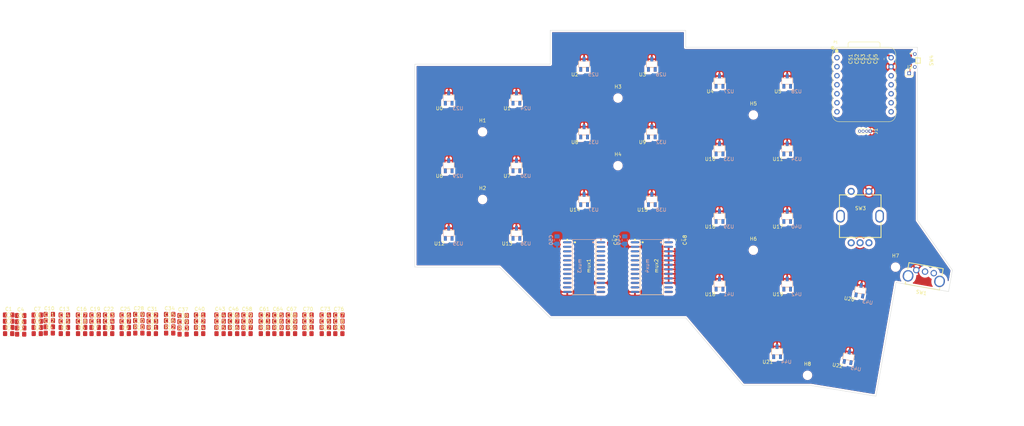
<source format=kicad_pcb>
(kicad_pcb (version 20241229) (generator "pcbnew") (generator_version "9.0")
  (layers (0 "F.Cu" signal) (2 "B.Cu" signal) (13 "F.Paste" user) (15 "B.Paste" user) (5 "F.SilkS" user "F.Silkscreen") (7 "B.SilkS" user "B.Silkscreen") (1 "F.Mask" user) (3 "B.Mask" user) (25 "Edge.Cuts" user))
  (net 0 "")
  (net 1 "GND")
  (net 2 "K0")
  (net 3 "K1")
  (net 4 "K2")
  (net 5 "K3")
  (net 6 "K4")
  (net 7 "K5")
  (net 8 "K6")
  (net 9 "K7")
  (net 10 "K8")
  (net 11 "K9")
  (net 12 "K10")
  (net 13 "K11")
  (net 14 "K12")
  (net 15 "K13")
  (net 16 "K14")
  (net 17 "K15")
  (net 18 "K16")
  (net 19 "K17")
  (net 20 "K18")
  (net 21 "K19")
  (net 22 "K20")
  (net 23 "K21")
  (net 24 "K22")
  (net 25 "SDA")
  (net 26 "encoderBtn1")
  (net 27 "MUX1")
  (net 28 "enco1A")
  (net 29 "S3")
  (net 30 "VBUS")
  (net 32 "S1")
  (net 33 "S2")
  (net 34 "SCL")
  (net 35 "S0")
  (net 36 "enco1B")
  (net 37 "MUX2")
  (net 38 "Net-(U1-VOUT)")
  (net 39 "Net-(U2-VOUT)")
  (net 40 "Net-(U10-VOUT)")
  (net 41 "Net-(U11-VOUT)")
  (net 42 "Net-(U12-VOUT)")
  (net 43 "Net-(U13-VOUT)")
  (net 44 "Net-(U14-VOUT)")
  (net 45 "Net-(U15-VOUT)")
  (net 46 "Net-(U16-VOUT)")
  (net 47 "Net-(U17-VOUT)")
  (net 48 "Net-(U18-VOUT)")
  (net 49 "Net-(U19-VOUT)")
  (net 50 "Net-(U20-VOUT)")
  (net 51 "Net-(U21-VOUT)")
  (net 52 "Net-(U22-VOUT)")
  (net 53 "Net-(U26-VOUT)")
  (net 54 "Net-(U27-VOUT)")
  (net 55 "Net-(U28-VOUT)")
  (net 56 "Net-(U29-VOUT)")
  (net 57 "Net-(U30-VOUT)")
  (net 58 "Net-(U31-VOUT)")
  (net 59 "Net-(U32-VOUT)")
  (net 60 "Net-(U0-VOUT)")
  (net 65 "Net-(J2-Pin_1)")
  (net 67 "enco2B")
  (net 68 "enco2A")
  (footprint "Capacitor_SMD:C_0805_2012Metric_Pad1.18x1.45mm_HandSolder" (layer "F.Cu") (at -6.1225 108.74)
    (property "Reference" "C67")
    (property "Value" "100nF")
  )
  (footprint "footprints:SOT-23-3_L2.9-W1.6-P1.90-LS2.8-BR" (layer "F.Cu") (at 57.15 66.675)
    (property "Reference" "U7")
    (property "Value" "HX6659ISO-B")
  )
  (footprint "Capacitor_SMD:C_0805_2012Metric_Pad1.18x1.45mm_HandSolder" (layer "F.Cu") (at -57.5825 110.49)
    (property "Reference" "C23")
    (property "Value" "100nF")
  )
  (footprint "Capacitor_SMD:C_0805_2012Metric_Pad1.18x1.45mm_HandSolder" (layer "F.Cu") (at -57.5825 108.74)
    (property "Reference" "C22")
    (property "Value" "100nF")
  )
  (footprint "Capacitor_SMD:C_0805_2012Metric_Pad1.18x1.45mm_HandSolder" (layer "F.Cu") (at -65.2025 108.74)
    (property "Reference" "C16")
    (property "Value" "100nF")
  )
  (footprint "footprints:SOT-23-3_L2.9-W1.6-P1.90-LS2.8-BR" (layer "F.Cu") (at 150.601295 120.571793 -10)
    (property "Reference" "U22")
    (property "Value" "HX6659ISO-B")
  )
  (footprint "Resistor_SMD:R_0805_2012Metric_Pad1.20x1.40mm_HandSolder" (layer "F.Cu") (at -70.0525 113.99)
    (property "Reference" "R5")
    (property "Value" "10k")
  )
  (footprint "Capacitor_SMD:C_0805_2012Metric_Pad1.18x1.45mm_HandSolder" (layer "F.Cu") (at -74.295 110.335)
    (property "Reference" "C11")
    (property "Value" "100nF")
  )
  (footprint "Capacitor_SMD:C_0805_2012Metric_Pad1.18x1.45mm_HandSolder" (layer "F.Cu") (at -18.6425 110.49)
    (property "Reference" "C59")
    (property "Value" "100nF")
  )
  (footprint "Resistor_SMD:R_0805_2012Metric_Pad1.20x1.40mm_HandSolder" (layer "F.Cu") (at -52.9075 113.99)
    (property "Reference" "R9")
    (property "Value" "10k")
  )
  (footprint "Capacitor_SMD:C_0805_2012Metric_Pad1.18x1.45mm_HandSolder" (layer "F.Cu") (at -1.4975 112.24)
    (property "Reference" "C72")
    (property "Value" "100nF")
  )
  (footprint "Capacitor_SMD:C_0805_2012Metric_Pad1.18x1.45mm_HandSolder" (layer "F.Cu") (at -85.725 110.49)
    (property "Reference" "C2")
    (property "Value" "100nF")
  )
  (footprint "footprints:SOT-23-3_L2.9-W1.6-P1.90-LS2.8-BR" (layer "F.Cu") (at 153.909293 101.811205 -10)
    (property "Reference" "U20")
    (property "Value" "HX6659ISO-B")
  )
  (footprint "Capacitor_SMD:C_0805_2012Metric_Pad1.18x1.45mm_HandSolder" (layer "F.Cu") (at -1.4975 110.49)
    (property "Reference" "C71")
    (property "Value" "100nF")
  )
  (footprint "Capacitor_SMD:C_0805_2012Metric_Pad1.18x1.45mm_HandSolder" (layer "F.Cu") (at -65.2025 112.24)
    (property "Reference" "C18")
    (property "Value" "100nF")
  )
  (footprint "Capacitor_SMD:C_0805_2012Metric_Pad1.18x1.45mm_HandSolder" (layer "F.Cu") (at -52.9075 108.74)
    (property "Reference" "C25")
    (property "Value" "100nF")
  )
  (footprint "Capacitor_SMD:C_0805_2012Metric_Pad1.18x1.45mm_HandSolder" (layer "F.Cu") (at -82.3475 112.395)
    (property "Reference" "C6")
    (property "Value" "100nF")
  )
  (footprint "Resistor_SMD:R_0805_2012Metric_Pad1.20x1.40mm_HandSolder" (layer "F.Cu") (at 3.3775 113.99)
    (property "Reference" "R22")
    (property "Value" "10k")
  )
  (footprint "Capacitor_SMD:C_0805_2012Metric_Pad1.18x1.45mm_HandSolder" (layer "F.Cu") (at -49.0975 108.585)
    (property "Reference" "C28")
    (property "Value" "100nF")
  )
  (footprint "Capacitor_SMD:C_0805_2012Metric_Pad1.18x1.45mm_HandSolder" (layer "F.Cu") (at -6.1225 110.49)
    (property "Reference" "C68")
    (property "Value" "100nF")
  )
  (footprint "Resistor_SMD:R_0805_2012Metric_Pad1.20x1.40mm_HandSolder" (layer "F.Cu") (at -40.4125 113.835)
    (property "Reference" "R12")
    (property "Value" "10k")
  )
  (footprint "MountingHole:MountingHole_2.2mm_M2" (layer "F.Cu") (at 47.625 57.15)
    (property "Reference" "H1")
    (property "Value" "MountingHole")
  )
  (footprint "Capacitor_SMD:C_0805_2012Metric_Pad1.18x1.45mm_HandSolder" (layer "F.Cu") (at 3.3775 108.74)
    (property "Reference" "C73")
    (property "Value" "100nF")
  )
  (footprint "Resistor_SMD:R_0805_2012Metric_Pad1.20x1.40mm_HandSolder" (layer "F.Cu") (at 7.1875 113.99)
    (property "Reference" "R23")
    (property "Value" "10k")
  )
  (footprint "Capacitor_SMD:C_0805_2012Metric_Pad1.18x1.45mm_HandSolder" (layer "F.Cu") (at -26.2375 108.74)
    (property "Reference" "C43")
    (property "Value" "100nF")
  )
  (footprint "Resistor_SMD:R_0805_2012Metric_Pad1.20x1.40mm_HandSolder" (layer "F.Cu") (at -49.0975 113.835)
    (property "Reference" "R10")
    (property "Value" "10k")
  )
  (footprint "Capacitor_SMD:C_0805_2012Metric_Pad1.18x1.45mm_HandSolder" (layer "F.Cu") (at -26.2375 112.24)
    (property "Reference" "C45")
    (property "Value" "100nF")
  )
  (footprint "footprints:SOT-23-3_L2.9-W1.6-P1.90-LS2.8-BR" (layer "F.Cu") (at 57.15 47.625)
    (property "Reference" "U1")
    (property "Value" "HX6659ISO-B")
  )
  (footprint "Capacitor_SMD:C_0805_2012Metric_Pad1.18x1.45mm_HandSolder" (layer "F.Cu") (at -13.7675 108.74)
    (property "Reference" "C61")
    (property "Value" "100nF")
  )
  (footprint "Capacitor_SMD:C_0805_2012Metric_Pad1.18x1.45mm_HandSolder" (layer "F.Cu") (at -22.4275 110.49)
    (property "Reference" "C56")
    (property "Value" "100nF")
  )
  (footprint "Resistor_SMD:R_0805_2012Metric_Pad1.20x1.40mm_HandSolder" (layer "F.Cu") (at -13.7675 113.99)
    (property "Reference" "R18")
    (property "Value" "10k")
  )
  (footprint "Capacitor_SMD:C_0805_2012Metric_Pad1.18x1.45mm_HandSolder" (layer "F.Cu") (at -82.3475 110.645)
    (property "Reference" "C5")
    (property "Value" "100nF")
  )
  (footprint "Resistor_SMD:R_0805_2012Metric_Pad1.20x1.40mm_HandSolder" (layer "F.Cu") (at -22.4275 113.99)
    (property "Reference" "R16")
    (property "Value" "10k")
  )
  (footprint "Capacitor_SMD:C_0805_2012Metric_Pad1.18x1.45mm_HandSolder" (layer "F.Cu") (at -36.6275 108.895)
    (property "Reference" "C37")
    (property "Value" "100nF")
  )
  (footprint "Capacitor_SMD:C_0805_2012Metric_Pad1.18x1.45mm_HandSolder" (layer "F.Cu") (at 158.115 36.6275 90)
    (property "Reference" "C54")
    (property "Value" "100n")
  )
  (footprint "Resistor_SMD:R_0805_2012Metric_Pad1.20x1.40mm_HandSolder" (layer "F.Cu") (at -18.6425 113.99)
    (property "Reference" "R17")
    (property "Value" "10k")
  )
  (footprint "footprints:SOT-23-3_L2.9-W1.6-P1.90-LS2.8-BR" (layer "F.Cu") (at 130.4925 119.0625)
    (property "Reference" "U21")
    (property "Value" "HX6659ISO-B")
  )
  (footprint "Capacitor_SMD:C_0805_2012Metric_Pad1.18x1.45mm_HandSolder" (layer "F.Cu") (at -61.3925 108.74)
    (property "Reference" "C19")
    (property "Value" "100nF")
  )
  (footprint "Resistor_SMD:R_0805_2012Metric_Pad1.20x1.40mm_HandSolder" (layer "F.Cu") (at -6.1225 113.99)
    (property "Reference" "R20")
    (property "Value" "10k")
  )
  (footprint "Capacitor_SMD:C_0805_2012Metric_Pad1.18x1.45mm_HandSolder" (layer "F.Cu") (at 102.87 87.63 -90)
    (property "Reference" "C48")
    (property "Value" "100n")
  )
  (footprint "footprints:SOT-23-3_L2.9-W1.6-P1.90-LS2.8-BR" (layer "F.Cu") (at 95.25 38.1)
    (property "Reference" "U3")
    (property "Value" "HX6659ISO-B")
  )
  (footprint "footprints:SOT-23-3_L2.9-W1.6-P1.90-LS2.8-BR" (layer "F.Cu") (at 114.3 80.9625)
    (property "Reference" "U16")
    (property "Value" "HX6659ISO-B")
  )
  (footprint "footprints:SW-TH_EC10EXXXXXXX" (layer "F.Cu") (at 171.959655 97.50092 170)
    (property "Reference" "SW1")
    (property "Value" "~")
  )
  (footprint "Resistor_SMD:R_0805_2012Metric_Pad1.20x1.40mm_HandSolder" (layer "F.Cu") (at -77.6725 113.99)
    (property "Reference" "R3")
    (property "Value" "10k")
  )
  (footprint "footprints:SOT-23-3_L2.9-W1.6-P1.90-LS2.8-BR" (layer "F.Cu") (at 133.35 42.8625)
    (property "Reference" "U5")
    (property "Value" "HX6659ISO-B")
  )
  (footprint "footprints:SOT-23-3_L2.9-W1.6-P1.90-LS2.8-BR" (layer "F.Cu") (at 38.1 47.625)
    (property "Reference" "U0")
    (property "Value" "HX6659ISO-B")
  )
  (footprint "Resistor_SMD:R_0805_2012Metric_Pad1.20x1.40mm_HandSolder" (layer "F.Cu") (at -57.5825 113.99)
    (property "Reference" "R8")
    (property "Value" "10k")
  )
  (footprint "Capacitor_SMD:C_0805_2012Metric_Pad1.18x1.45mm_HandSolder" (layer "F.Cu") (at -74.295 112.085)
    (property "Reference" "C12")
    (property "Value" "100nF")
  )
  (footprint "Resistor_SMD:R_0805_2012Metric_Pad1.20x1.40mm_HandSolder" (layer "F.Cu") (at -26.2375 113.99)
    (property "Reference" "R15")
    (property "Value" "10k")
  )
  (footprint "footprints:SOT-23-3_L2.9-W1.6-P1.90-LS2.8-BR" (layer "F.Cu") (at 114.3 42.8625)
    (property "Reference" "U4")
    (property "Value" "HX6659ISO-B")
  )
  (footprint "Resistor_SMD:R_0805_2012Metric_Pad1.20x1.40mm_HandSolder" (layer "F.Cu") (at -36.6275 114.145)
    (property "Reference" "R13")
    (property "Value" "10k")
  )
  (footprint "Resistor_SMD:R_0805_2012Metric_Pad1.20x1.40mm_HandSolder" (layer "F.Cu") (at -82.3475 114.145)
    (property "Reference" "R2")
    (property "Value" "10k")
  )
  (footprint "Connector_PinHeader_1.00mm:PinHeader_1x04_P1.00mm_Vertical" (layer "F.Cu") (at 156.7 56.95 -90)
    (property "Reference" "J1")
    (property "Value" "Display conector")
  )
  (footprint "footprints:XIAO-nRF52840-DIP-Bare" (layer "F.Cu") (at 154.97 43.87)
    (property "Reference" "P1")
    (property "Value" "Xiao nRF52840")
  )
  (footprint "Capacitor_SMD:C_0805_2012Metric_Pad1.18x1.45mm_HandSolder" (layer "F.Cu") (at -40.4125 112.085)
    (property "Reference" "C36")
    (property "Value" "100nF")
  )
  (footprint "Capacitor_SMD:C_0805_2012Metric_Pad1.18x1.45mm_HandSolder" (layer "F.Cu") (at -13.7675 110.49)
    (property "Reference" "C62")
    (property "Value" "100nF")
  )
  (footprint "Capacitor_SMD:C_0805_2012Metric_Pad1.18x1.45mm_HandSolder" (layer "F.Cu") (at -45.2875 112.24)
    (property "Reference" "C33")
    (property "Value" "100nF")
  )
  (footprint "Capacitor_SMD:C_0805_2012Metric_Pad1.18x1.45mm_HandSolder" (layer "F.Cu") (at 3.3775 110.49)
    (property "Reference" "C74")
    (property "Value" "100nF")
  )
  (footprint "Capacitor_SMD:C_0805_2012Metric_Pad1.18x1.45mm_HandSolder" (layer "F.Cu") (at 154.615 36.6275 90)
    (property "Reference" "C52")
    (property "Value" "100n")
  )
  (footprint "Capacitor_SMD:C_0805_2012Metric_Pad1.18x1.45mm_HandSolder" (layer "F.Cu") (at -40.4125 110.335)
    (property "Reference" "C35")
    (property "Value" "100nF")
  )
  (footprint "Capacitor_SMD:C_0805_2012Metric_Pad1.18x1.45mm_HandSolder" (layer "F.Cu") (at -52.9075 112.24)
    (property "Reference" "C27")
    (property "Value" "100nF")
  )
  (footprint "Capacitor_SMD:C_0805_2012Metric_Pad1.18x1.45mm_HandSolder" (layer "F.Cu") (at -77.6725 108.74)
    (property "Reference" "C7")
    (property "Value" "100nF")
  )
  (footprint "Resistor_SMD:R_0805_2012Metric_Pad1.20x1.40mm_HandSolder" (layer "F.Cu") (at -65.2025 113.99)
    (property "Reference" "R6")
    (property "Value" "10k")
  )
  (footprint "Capacitor_SMD:C_0805_2012Metric_Pad1.18x1.45mm_HandSolder" (layer "F.Cu") (at -36.6275 112.395)
    (property "Reference" "C39")
    (property "Value" "100nF")
  )
  (footprint "Capacitor_SMD:C_0805_2012Metric_Pad1.18x1.45mm_HandSolder" (layer "F.Cu") (at -85.725 108.74)
    (property "Reference" "C1")
    (property "Value" "100nF")
  )
  (footprint "footprints:SOT-23-3_L2.9-W1.6-P1.90-LS2.8-BR" (layer "F.Cu") (at 95.25 76.2)
    (property "Reference" "U15")
    (property "Value" "HX6659ISO-B")
  )
  (footprint "Resistor_SMD:R_0805_2012Metric_Pad1.20x1.40mm_HandSolder" (layer "F.Cu") (at -1.4975 113.99)
    (property "Reference" "R21")
    (property "Value" "10k")
  )
  (footprint "Capacitor_SMD:C_0805_2012Metric_Pad1.18x1.45mm_HandSolder" (layer "F.Cu") (at -77.6725 110.49)
    (property "Reference" "C8")
    (property "Value" "100nF")
  )
  (footprint "footprints:SOT-23-3_L2.9-W1.6-P1.90-LS2.8-BR" (layer "F.Cu") (at 38.1 66.675)
    (property "Reference" "U6")
    (property "Value" "HX6659ISO-B")
  )
  (footprint "MountingHole:MountingHole_2.2mm_M2" (layer "F.Cu") (at 163.83 95.25)
    (property "Reference" "H7")
    (property "Value" "MountingHole")
  )
  (footprint "Capacitor_SMD:C_0805_2012Metric_Pad1.18x1.45mm_HandSolder" (layer "F.Cu") (at 7.1875 110.49)
    (property "Reference" "C77")
    (property "Value" "100nF")
  )
  (footprint "footprints:SOT-23-3_L2.9-W1.6-P1.90-LS2.8-BR" (layer "F.Cu") (at 133.35 100.0125)
    (property "Reference" "U19")
    (property "Value" "HX6659ISO-B")
  )
  (footprint "Capacitor_SMD:C_0805_2012Metric_Pad1.18x1.45mm_HandSolder" (layer "F.Cu") (at -77.6725 112.24)
    (property "Reference" "C9")
    (property "Value" "100nF")
  )
  (footprint "footprints:SOT-23-3_L2.9-W1.6-P1.90-LS2.8-BR" (layer "F.Cu") (at 76.2 76.2)
    (property "Reference" "U14")
    (property "Value" "HX6659ISO-B")
  )
  (footprint "Capacitor_SMD:C_0805_2012Metric_Pad1.18x1.45mm_HandSolder" (layer "F.Cu") (at -31.9775 110.49)
    (property "Reference" "C41")
    (property "Value" "100nF")
  )
  (footprint "Resistor_SMD:R_0805_2012Metric_Pad1.20x1.40mm_HandSolder" (layer "F.Cu") (at -9.9575 113.99)
    (property "Reference" "R19")
    (property "Value" "10k")
  )
  (footprint "MountingHole:MountingHole_2.2mm_M2" (layer "F.Cu") (at 85.725 66.675)
    (property "Reference" "H4")
    (property "Value" "MountingHole")
  )
  (footprint "Resistor_SMD:R_0805_2012Metric_Pad1.20x1.40mm_HandSolder" (layer "F.Cu") (at -74.295 113.835)
    (property "Reference" "R4")
    (property "Value" "10k")
  )
  (footprint "MountingHole:MountingHole_2.2mm_M2" (layer "F.Cu") (at 123.825 90.4875)
    (property "Reference" "H6")
    (property "Value" "MountingHole")
  )
  (footprint "Resistor_SMD:R_0805_2012Metric_Pad1.20x1.40mm_HandSolder" (layer "F.Cu") (at -61.3925 113.99)
    (property "Reference" "R7")
    (property "Value" "10k")
  )
  (footprint "footprints:SOIC-24_L15.4-W7.5-P1.27-LS10.3-BL" (layer "F.Cu") (at 95.25 95.25 -90)
    (property "Reference" "mux2")
    (property "Value" "CD74HC4067M96")
  )
  (footprint "Capacitor_SMD:C_0805_2012Metric_Pad1.18x1.45mm_HandSolder" (layer "F.Cu") (at -70.0525 112.24)
    (property "Reference" "C15")
    (property "Value" "100nF")
  )
  (footprint "Capacitor_SMD:C_0805_2012Metric_Pad1.18x1.45mm_HandSolder" (layer "F.Cu") (at 152.865 36.6275 90)
    (property "Reference" "C51")
    (property "Value" "100n")
  )
  (footprint "Capacitor_SMD:C_0805_2012Metric_Pad1.18x1.45mm_HandSolder" (layer "F.Cu") (at -57.5825 112.24)
    (property "Reference" "C24")
    (property "Value" "100nF")
  )
  (footprint "Capacitor_SMD:C_0805_2012Metric_Pad1.18x1.45mm_HandSolder" (layer "F.Cu") (at -13.7675 112.24)
    (property "Reference" "C63")
    (property "Value" "100nF")
  )
  (footprint "Capacitor_SMD:C_0805_2012Metric_Pad1.18x1.45mm_HandSolder" (layer "F.Cu") (at -18.6425 112.24)
    (property "Reference" "C60")
    (property "Value" "100nF")
  )
  (footprint "footprints:SOT-23-3_L2.9-W1.6-P1.90-LS2.8-BR" (layer "F.Cu") (at 76.2 57.15)
    (property "Reference" "U8")
    (property "Value" "HX6659ISO-B")
  )
  (footprint "Capacitor_SMD:C_0805_2012Metric_Pad1.18x1.45mm_HandSolder" (layer "F.Cu") (at -70.0525 110.49)
    (property "Reference" "C14")
    (property "Value" "100nF")
  )
  (footprint "Capacitor_SMD:C_0805_2012Metric_Pad1.18x1.45mm_HandSolder" (layer "F.Cu") (at -6.1225 112.24)
    (property "Reference" "C69")
    (property "Value" "100nF")
  )
  (footprint "Capacitor_SMD:C_0805_2012Metric_Pad1.18x1.45mm_HandSolder" (layer "F.Cu") (at 156.365 36.6275 90)
    (property "Reference" "C53")
    (property "Value" "100n")
  )
  (footprint "MountingHole:MountingHole_2.2mm_M2" (layer "F.Cu") (at 139.065 125.73)
    (property "Reference" "H8")
    (property "Value" "MountingHole")
  )
  (footprint "footprints:SOT-23-3_L2.9-W1.6-P1.90-LS2.8-BR" (layer "F.Cu") (at 76.2 38.1)
    (property "Reference" "U2")
    (property "Value" "HX6659ISO-B")
  )
  (footprint "Capacitor_SMD:C_0805_2012Metric_Pad1.18x1.45mm_HandSolder" (layer "F.Cu") (at -82.3475 108.895)
    (property "Reference" "C4")
    (property "Value" "100nF")
  )
  (footprint "Capacitor_SMD:C_0805_2012Metric_Pad1.18x1.45mm_HandSolder" (layer "F.Cu") (at -22.4275 112.24)
    (property "Reference" "C57")
    (property "Value" "100nF")
  )
  (footprint "footprints:SW-SMD_TCEPQR" (layer "F.Cu") (at 168.84 37.055 -90)
    (property "Reference" "SW4")
    (property "Value" "~")
  )
  (footprint "footprints:SOT-23-3_L2.9-W1.6-P1.90-LS2.8-BR" (layer "F.Cu") (at 38.1 85.725)
    (property "Reference" "U12")
    (property "Value" "HX6659ISO-B")
  )
  (footprint "footprints:SOIC-24_L15.4-W7.5-P1.27-LS10.3-BL" (layer "F.Cu") (at 76.2 95.25 -90)
    (property "Reference" "mux1")
    (property "Value" "CD74HC4067M96")
  )
  (footprint "Capacitor_SMD:C_0805_2012Metric_Pad1.18x1.45mm_HandSolder" (layer "F.Cu") (at -61.3925 110.49)
    (property "Reference" "C20")
    (property "Value" "100nF")
  )
  (footprint "footprints:SOT-23-3_L2.9-W1.6-P1.90-LS2.8-BR" (layer "F.Cu") (at 114.3 100.0125)
    (property "Reference" "U18")
    (property "Value" "HX6659ISO-B")
  )
  (footprint "Capacitor_SMD:C_0805_2012Metric_Pad1.18x1.45mm_HandSolder" (layer "F.Cu") (at -74.295 108.585)
    (property "Reference" "C10")
    (property "Value" "100nF")
  )
  (footprint "Capacitor_SMD:C_0805_2012Metric_Pad1.18x1.45mm_HandSolder" (layer "F.Cu") (at -9.9575 112.24)
    (property "Reference" "C66")
    (property "Value" "100nF")
  )
  (footprint "MountingHole:MountingHole_2.2mm_M2" (layer "F.Cu") (at 85.725 47.625)
    (property "Reference" "H3")
    (property "Value" "MountingHole")
  )
  (footprint "Capacitor_SMD:C_0805_2012Metric_Pad1.18x1.45mm_HandSolder" (layer "F.Cu") (at 159.865 36.6275 90)
    (property "Reference" "C55")
    (property "Value" "100n")
  )
  (footprint "Connector_PinHeader_1.27mm:PinHeader_1x01_P1.27mm_Vertical" (layer "F.Cu") (at 167.67 40.645)
    (property "Reference" "J2")
    (property "Value" "Conn_01x01_Socket")
  )
  (footprint "footprints:SW-TH_EC11NXXXX" (layer "F.Cu") (at 153.95 80.9)
    (property "Reference" "SW3")
    (property "Value" "EC11N1520401")
  )
  (footprint "Resistor_SMD:R_0805_2012Metric_Pad1.20x1.40mm_HandSolder" (layer "F.Cu") (at -85.725 113.99)
    (property "Reference" "R1")
    (property "Value" "10k")
  )
  (footprint "footprints:SOT-23-3_L2.9-W1.6-P1.90-LS2.8-BR" (layer "F.Cu") (at 114.3 61.9125)
    (property "Reference" "U10")
    (property "Value" "HX6659ISO-B")
  )
  (footprint "Resistor_SMD:R_0805_2012Metric_Pad1.20x1.40mm_HandSolder" (layer "F.Cu") (at -31.9775 113.99)
    (property "Reference" "R14")
    (property "Value" "10k")
  )
  (footprint "footprints:SOT-23-3_L2.9-W1.6-P1.90-LS2.8-BR" (layer "F.Cu") (at 57.15 85.725)
    (property "Reference" "U13")
    (property "Value" "HX6659ISO-B")
  )
  (footprint "MountingHole:MountingHole_2.2mm_M2" (layer "F.Cu") (at 47.625 76.2)
    (property "Reference" "H2")
    (property "Value" "MountingHole")
  )
  (footprint "Capacitor_SMD:C_0805_2012Metric_Pad1.18x1.45mm_HandSolder" (layer "F.Cu") (at -85.725 112.24)
    (property "Reference" "C3")
    (property "Value" "100nF")
  )
  (footprint "Capacitor_SMD:C_0805_2012Metric_Pad1.18x1.45mm_HandSolder" (layer "F.Cu") (at 3.3775 112.24)
    (property "Reference" "C75")
    (property "Value" "100nF")
  )
  (footprint "Capacitor_SMD:C_0805_2012Metric_Pad1.18x1.45mm_HandSolder" (layer "F.Cu") (at -52.9075 110.49)
    (property "Reference" "C26")
    (property "Value" "100nF")
  )
  (footprint "Capacitor_SMD:C_0805_2012Metric_Pad1.18x1.45mm_HandSolder" (layer "F.Cu") (at -18.6425 108.74)
    (property "Reference" "C58")
    (property "Value" "100nF")
  )
  (footprint "Resistor_SMD:R_0805_2012Metric_Pad1.20x1.40mm_HandSolder" (layer "F.Cu") (at -45.2875 113.99)
    (property "Reference" "R11")
    (property "Value" "10k")
  )
  (footprint "Capacitor_SMD:C_0805_2012Metric_Pad1.18x1.45mm_HandSolder" (layer "F.Cu") (at 83.3875 87.63 -90)
    (property "Reference" "C47")
    (property "Value" "100n")
  )
  (footprint "footprints:SOT-23-3_L2.9-W1.6-P1.90-LS2.8-BR" (layer "F.Cu") (at 95.25 57.15)
    (property "Reference" "U9")
    (property "Value" "HX6659ISO-B")
  )
  (footprint "Capacitor_SMD:C_0805_2012Metric_Pad1.18x1.45mm_HandSolder" (layer "F.Cu") (at -70.0525 108.74)
    (property "Reference" "C13")
    (property "Value" "100nF")
  )
  (footprint "Capacitor_SMD:C_0805_2012Metric_Pad1.18x1.45mm_HandSolder" (layer "F.Cu") (at -1.4975 108.74)
    (property "Reference" "C70")
    (property "Value" "100nF")
  )
  (footprint "MountingHole:MountingHole_2.2mm_M2" (layer "F.Cu") (at 123.825 52.3875)
    (property "Reference" "H5")
    (property "Value" "MountingHole")
  )
  (footprint "Capacitor_SMD:C_0805_2012Metric_Pad1.18x1.45mm_HandSolder" (layer "F.Cu") (at -9.9575 110.49)
    (property "Reference" "C65")
    (property "Value" "100nF")
  )
  (footprint "Capacitor_SMD:C_0805_2012Metric_Pad1.18x1.45mm_HandSolder" (layer "F.Cu") (at -22.4275 108.74)
    (property "Reference" "C46")
    (property "Value" "100nF")
  )
  (footprint "Capacitor_SMD:C_0805_2012Metric_Pad1.18x1.45mm_HandSolder" (layer "F.Cu") (at -49.0975 112.085)
    (property "Reference" "C30")
    (property "Value" "100nF")
  )
  (footprint "Capacitor_SMD:C_0805_2012Metric_Pad1.18x1.45mm_HandSolder" (layer "F.Cu") (at -9.9575 108.74)
    (property "Reference" "C64")
    (property "Value" "100nF")
  )
  (footprint "Capacitor_SMD:C_0805_2012Metric_Pad1.18x1.45mm_HandSolder" (layer "F.Cu") (at -45.2875 108.74)
    (property "Reference" "C31")
    (property "Value" "100nF")
  )
  (footprint "Capacitor_SMD:C_0805_2012Metric_Pad1.18x1.45mm_HandSolder" (layer "F.Cu") (at -31.9775 112.24)
    (property "Reference" "C42")
    (property "Value" "100nF")
  )
  (footprint "Capacitor_SMD:C_0805_2012Metric_Pad1.18x1.45mm_HandSolder" (layer "F.Cu") (at 7.1875 112.24)
    (property "Reference" "C78")
    (property "Value" "100nF")
  )
  (footprint "footprints:SOT-23-3_L2.9-W1.6-P1.90-LS2.8-BR" (layer "F.Cu") (at 133.35 61.9125)
    (property "Reference" "U11")
    (property "Value" "HX6659ISO-B")
  )
  (footprint "Capacitor_SMD:C_0805_2012Metric_Pad1.18x1.45mm_HandSolder" (layer "F.Cu") (at -26.2375 110.49)
    (property "Reference" "C44")
    (property "Value" "100nF")
  )
  (footprint "Capacitor_SMD:C_0805_2012Metric_Pad1.18x1.45mm_HandSolder" (layer "F.Cu") (at -65.2025 110.49)
    (property "Reference" "C17")
    (property "Value" "100nF")
  )
  (footprint "Capacitor_SMD:C_0805_2012Metric_Pad1.18x1.45mm_HandSolder" (layer "F.Cu") (at -40.4125 108.585)
    (property "Reference" "C34")
    (property "Value" "100nF")
  )
  (footprint "Capacitor_SMD:C_0805_2012Metric_Pad1.18x1.45mm_HandSolder" (layer "F.Cu") (at -61.3925 112.24)
    (property "Reference" "C21")
    (property "Value" "100nF")
  )
  (footprint "Capacitor_SMD:C_0805_2012Metric_Pad1.18x1.45mm_HandSolder" (layer "F.Cu") (at -31.9775 108.74)
    (property "Reference" "C40")
    (property "Value" "100nF")
  )
  (footprint "Capacitor_SMD:C_0805_2012Metric_Pad1.18x1.45mm_HandSolder" (layer "F.Cu") (at 7.1875 108.74)
    (property "Reference" "C76")
    (property "Value" "100nF")
  )
  (footprint "Capacitor_SMD:C_0805_2012Metric_Pad1.18x1.45mm_HandSolder" (layer "F.Cu") (at -45.2875 110.49)
    (property "Reference" "C32")
    (property "Value" "100nF")
  )
  (footprint "Capacitor_SMD:C_0805_2012Metric_Pad1.18x1.45mm_HandSolder" (layer "F.Cu") (at -49.0975 110.335)
    (property "Reference" "C29")
    (property "Value" "100nF")
  )
  (footprint "footprints:SOT-23-3_L2.9-W1.6-P1.90-LS2.8-BR" (layer "F.Cu") (at 133.35 80.9625)
    (property "Reference" "U17")
    (property "Value" "HX6659ISO-B")
  )
  (footprint "Capacitor_SMD:C_0805_2012Metric_Pad1.18x1.45mm_HandSolder" (layer "F.Cu") (at -36.6275 110.645)
    (property "Reference" "C38")
    (property "Value" "100nF")
  )
  (footprint "Capacitor_SMD:C_0805_2012Metric_Pad1.18x1.45mm_HandSolder" (layer "B.Cu") (at 87.63 87.63 -90)
    (property "Reference" "C49")
    (property "Value" "100n")
  )
  (footprint "footprints:SOT-23-3_L2.9-W1.6-P1.90-LS2.8-BR" (layer "B.Cu") (at 114.3 42.8625 180)
    (property "Reference" "U27")
    (property "Value" "HX6659ISO-B")
  )
  (footprint "footprints:SOT-23-3_L2.9-W1.6-P1.90-LS2.8-BR" (layer "B.Cu") (at 133.35 80.9625 180)
    (property "Reference" "U40")
    (property "Value" "HX6659ISO-B")
  )
  (footprint "footprints:SOT-23-3_L2.9-W1.6-P1.90-LS2.8-BR" (layer "B.Cu") (at 150.601295 120.571793 170)
    (property "Reference" "U45")
    (property "Value" "HX6659ISO-B")
  )
  (footprint "footprints:SOT-23-3_L2.9-W1.6-P1.90-LS2.8-BR" (layer "B.Cu") (at 76.2 76.2 180)
    (property "Reference" "U37")
    (property "Value" "HX6659ISO-B")
  )
  (footprint "footprints:SOT-23-3_L2.9-W1.6-P1.90-LS2.8-BR" (layer "B.Cu") (at 133.35 61.9125 180)
    (property "Reference" "U34")
    (property "Value" "HX6659ISO-B")
  )
  (footprint "footprints:SOT-23-3_L2.9-W1.6-P1.90-LS2.8-BR" (layer "B.Cu") (at 57.15 85.725 180)
    (property "Reference" "U36")
    (property "Value" "HX6659ISO-B")
  )
  (footprint "footprints:SOT-23-3_L2.9-W1.6-P1.90-LS2.8-BR" (layer "B.Cu") (at 76.2 57.15 180)
    (property "Reference" "U31")
    (property "Value" "HX6659ISO-B")
  )
  (footprint "footprints:SOT-23-3_L2.9-W1.6-P1.90-LS2.8-BR" (layer "B.Cu") (at 130.4925 119.0625 180)
    (property "Reference" "U44")
    (property "Value" "HX6659ISO-B")
  )
  (footprint "footprints:SOT-23-3_L2.9-W1.6-P1.90-LS2.8-BR" (layer "B.Cu") (at 38.1 47.625 180)
    (property "Reference" "U23")
    (property "Value" "HX6659ISO-B")
  )
  (footprint "footprints:SOIC-24_L15.4-W7.5-P1.27-LS10.3-BL" (layer "B.Cu") (at 76.2 95.25 -90)
    (property "Reference" "mux3")
    (property "Value" "CD74HC4067M96")
  )
  (footprint "Capacitor_SMD:C_0805_2012Metric_Pad1.18x1.45mm_HandSolder" (layer "B.Cu") (at 68.58 87.63 -90)
    (property "Reference" "C50")
    (property "Value" "100n")
  )
  (footprint "footprints:SOT-23-3_L2.9-W1.6-P1.90-LS2.8-BR" (layer "B.Cu") (at 95.25 57.15 180)
    (property "Reference" "U32")
    (property "Value" "HX6659ISO-B")
  )
  (footprint "footprints:SOT-23-3_L2.9-W1.6-P1.90-LS2.8-BR" (layer "B.Cu") (at 95.25 76.2 180)
    (property "Reference" "U38")
    (property "Value" "HX6659ISO-B")
  )
  (footprint "footprints:SOT-23-3_L2.9-W1.6-P1.90-LS2.8-BR" (layer "B.Cu") (at 133.35 100.0125 180)
    (property "Reference" "U42")
    (property "Value" "HX6659ISO-B")
  )
  (footprint "footprints:SOT-23-3_L2.9-W1.6-P1.90-LS2.8-BR" (layer "B.Cu") (at 57.15 47.625 180)
    (property "Reference" "U24")
    (property "Value" "HX6659ISO-B")
  )
  (footprint "footprints:SOT-23-3_L2.9-W1.6-P1.90-LS2.8-BR" (layer "B.Cu") (at 95.25 38.1 180)
    (property "Reference" "U26")
    (property "Value" "HX6659ISO-B")
  )
  (footprint "footprints:SOT-23-3_L2.9-W1.6-P1.90-LS2.8-BR" (layer "B.Cu") (at 38.1 85.725 180)
    (property "Reference" "U35")
    (property "Value" "HX6659ISO-B")
  )
  (footprint "footprints:SOIC-24_L15.4-W7.5-P1.27-LS10.3-BL" (layer "B.Cu") (at 95.25 95.25 -90)
    (property "Reference" "mux4")
    (property "Value" "CD74HC4067M96")
  )
  (footprint "footprints:SOT-23-3_L2.9-W1.6-P1.90-LS2.8-BR" (layer "B.Cu") (at 114.3 61.9125 180)
    (property "Reference" "U33")
    (property "Value" "HX6659ISO-B")
  )
  (footprint "footprints:SOT-23-3_L2.9-W1.6-P1.90-LS2.8-BR" (layer "B.Cu") (at 133.35 42.8625 180)
    (property "Reference" "U28")
    (property "Value" "HX6659ISO-B")
  )
  (footprint "footprints:SOT-23-3_L2.9-W1.6-P1.90-LS2.8-BR" (layer "B.Cu") (at 76.2 38.1 180)
    (property "Reference" "U25")
    (property "Value" "HX6659ISO-B")
  )
  (footprint "footprints:SOT-23-3_L2.9-W1.6-P1.90-LS2.8-BR" (layer "B.Cu") (at 38.1 66.675 180)
    (property "Reference" "U29")
    (property "Value" "HX6659ISO-B")
  )
  (footprint "footprints:SOT-23-3_L2.9-W1.6-P1.90-LS2.8-BR" (layer "B.Cu") (at 114.3 80.9625 180)
    (property "Reference" "U39")
    (property "Value" "HX6659ISO-B")
  )
  (footprint "footprints:SOT-23-3_L2.9-W1.6-P1.90-LS2.8-BR" (layer "B.Cu") (at 153.909293 101.811205 170)
    (property "Reference" "U43")
    (property "Value" "HX6659ISO-B")
  )
  (footprint "footprints:SOT-23-3_L2.9-W1.6-P1.90-LS2.8-BR" (layer "B.Cu") (at 57.15 66.675 180)
    (property "Reference" "U30")
    (property "Value" "HX6659ISO-B")
  )
  (footprint "footprints:SOT-23-3_L2.9-W1.6-P1.90-LS2.8-BR" (layer "B.Cu") (at 114.3 100.0125 180)
    (property "Reference" "U41")
    (property "Value" "HX6659ISO-B")
  )
  (gr_line (start 158.3275 131.605) (end 163.9825 99.5475) (stroke (width 0.1)) (layer "Edge.Cuts"))
  (gr_line (start 142.875 33.3375) (end 170 33.3375) (stroke (width 0.1)) (layer "Edge.Cuts"))
  (gr_line (start 28.575 38.1) (end 28.575 95.25) (stroke (width 0.1)) (layer "Edge.Cuts"))
  (gr_line (start 66.675 38.1) (end 66.675 28.575) (stroke (width 0.1)) (layer "Edge.Cuts"))
  (gr_line (start 179.815 96.0725) (end 169.9925 82.05) (stroke (width 0.1)) (layer "Edge.Cuts"))
  (gr_line (start 170 33.3375) (end 169.9925 82.05) (stroke (width 0.1)) (layer "Edge.Cuts"))
  (gr_line (start 104.775 28.575) (end 104.775 33.3375) (stroke (width 0.1)) (layer "Edge.Cuts"))
  (gr_line (start 120.9675 128.5875) (end 104.775 109.5375) (stroke (width 0.1)) (layer "Edge.Cuts"))
  (gr_line (start 104.775 109.5375) (end 66.6775 109.537) (stroke (width 0.1)) (layer "Edge.Cuts"))
  (gr_line (start 66.675 28.575) (end 104.775 28.575) (stroke (width 0.1)) (layer "Edge.Cuts"))
  (gr_line (start 28.575 38.1) (end 66.675 38.1) (stroke (width 0.1)) (layer "Edge.Cuts"))
  (gr_line (start 120.9675 128.5875) (end 140.0175 128.5875) (stroke (width 0.1)) (layer "Edge.Cuts"))
  (gr_line (start 52.4 95.25) (end 28.575 95.25) (stroke (width 0.1)) (layer "Edge.Cuts"))
  (gr_line (start 104.775 33.3375) (end 142.875 33.3375) (stroke (width 0.1)) (layer "Edge.Cuts"))
  (gr_line (start 140.0175 128.5875) (end 158.3275 131.605) (stroke (width 0.1)) (layer "Edge.Cuts"))
  (gr_line (start 163.98 99.5475) (end 178.755 102.15) (stroke (width 0.1)) (layer "Edge.Cuts"))
  (gr_line (start 66.6775 109.537) (end 52.4 95.25) (stroke (width 0.1)) (layer "Edge.Cuts"))
  (gr_line (start 178.755 102.15) (end 179.815 96.0725) (stroke (width 0.1)) (layer "Edge.Cuts"))
  (segment (start 161.93 35.59) (end 152.865 35.59) (width 0.5) (layer "F.Cu") (net 30))
  (segment (start 152.895 36.25) (end 152.865 36.22) (width 0.2) (layer "F.Cu") (net 30))
  (segment (start 162.59 36.25) (end 161.93 35.59) (width 0.5) (layer "F.Cu") (net 30))
  (segment (start 37.15 48.865) (end 37.15 49.215) (width 0.2) (layer "B.Cu") (net 60))
  (segment (start 167.9 40.415) (end 167.67 40.645) (width 0.2) (layer "F.Cu") (net 65))
  (segment (start 167.9 38.405) (end 167.9 40.415) (width 0.2) (layer "F.Cu") (net 65))
  (zone (net 1) (net_name "GND") (layer "F.Cu") (connect_pads (clearance 0.5)) (min_thickness 0.25) (fill yes (thermal_gap 0.5) (thermal_bridge_width 0.5))
    (polygon (pts (xy 20 20) (xy 20 140) (xy 200 140) (xy 200 20)))
  )
  (zone (net 30) (net_name "VBUS") (layer "B.Cu") (connect_pads (clearance 0.5)) (min_thickness 0.25) (fill yes (thermal_gap 0.5) (thermal_bridge_width 0.5))
    (polygon (pts (xy 20 20) (xy 20 140) (xy 200 140) (xy 200 20)))
  )
)
</source>
